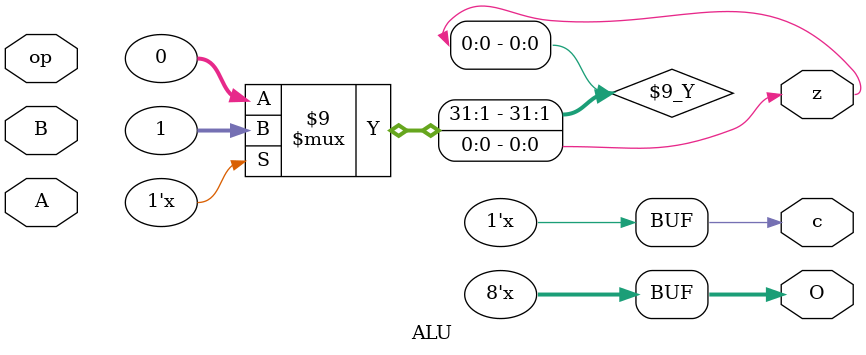
<source format=v>
module ALU(
    
    input [3:0] op,
    
    input [7:0] A,
    input [7:0] B,
    
    output reg [7:0] O,
    output reg c,
    output z
    
    );
    
    reg [8:0] internal;
    
    always @(*) begin
        case(op)
            4'b0000: internal <= 0;       // Zero
            4'b0001: internal <= B;         // Passthrough
            
            4'b0010: internal <= A + B;     // Add
            4'b0011: internal <= A - B;     // Subtract
            
            4'b0100: internal <= A & B;     // AND operation
            4'b0101: internal <= A | B;     // OR operation
            4'b0110: internal <= A ^ B;     // XOR operation
            4'b0111: internal <= !A;        // NOT operation
            
            default: internal <= 0;
        endcase
        
        {c,O} <= internal;
    end
    
    assign z = (O==0) ? 1:0;
    
endmodule

</source>
